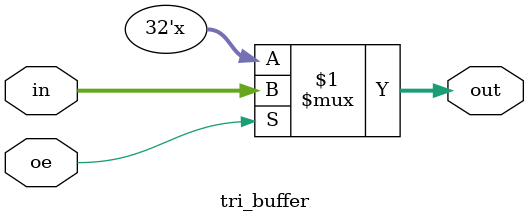
<source format=v>
module tri_buffer(in, oe, out);
	input[31:0] in;
	input oe;
	output[31:0] out;

	assign out = oe ? in : 32'bz;
endmodule
</source>
